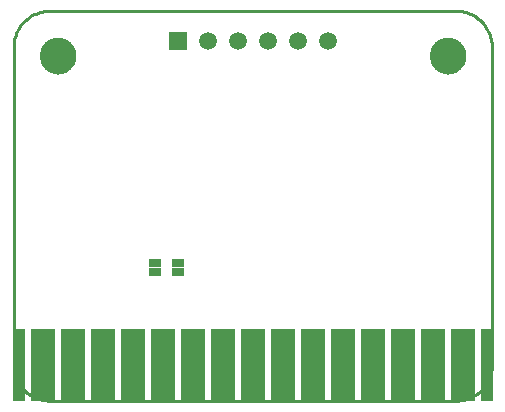
<source format=gbs>
G75*
G70*
%OFA0B0*%
%FSLAX24Y24*%
%IPPOS*%
%LPD*%
%AMOC8*
5,1,8,0,0,1.08239X$1,22.5*
%
%ADD10C,0.0100*%
%ADD11R,0.0827X0.2402*%
%ADD12R,0.0434X0.2402*%
%ADD13C,0.0000*%
%ADD14C,0.1221*%
%ADD15R,0.0590X0.0590*%
%ADD16C,0.0590*%
%ADD17R,0.0390X0.0280*%
D10*
X000328Y001364D02*
X000328Y011956D01*
X000330Y012023D01*
X000336Y012090D01*
X000345Y012157D01*
X000358Y012223D01*
X000375Y012288D01*
X000395Y012352D01*
X000419Y012415D01*
X000447Y012477D01*
X000478Y012536D01*
X000512Y012594D01*
X000549Y012650D01*
X000590Y012704D01*
X000633Y012756D01*
X000679Y012805D01*
X000728Y012851D01*
X000780Y012894D01*
X000834Y012935D01*
X000890Y012972D01*
X000948Y013006D01*
X001007Y013037D01*
X001069Y013065D01*
X001132Y013089D01*
X001196Y013109D01*
X001261Y013126D01*
X001327Y013139D01*
X001394Y013148D01*
X001461Y013154D01*
X001528Y013156D01*
X015072Y013156D01*
X015139Y013154D01*
X015206Y013148D01*
X015273Y013139D01*
X015339Y013126D01*
X015404Y013109D01*
X015468Y013089D01*
X015531Y013065D01*
X015593Y013037D01*
X015652Y013006D01*
X015710Y012972D01*
X015766Y012935D01*
X015820Y012894D01*
X015872Y012851D01*
X015921Y012805D01*
X015967Y012756D01*
X016010Y012704D01*
X016051Y012650D01*
X016088Y012594D01*
X016122Y012536D01*
X016153Y012477D01*
X016181Y012415D01*
X016205Y012352D01*
X016225Y012288D01*
X016242Y012223D01*
X016255Y012157D01*
X016264Y012090D01*
X016270Y012023D01*
X016272Y011956D01*
X016272Y001364D01*
X016270Y001297D01*
X016264Y001230D01*
X016255Y001163D01*
X016242Y001097D01*
X016225Y001032D01*
X016205Y000968D01*
X016181Y000905D01*
X016153Y000843D01*
X016122Y000784D01*
X016088Y000726D01*
X016051Y000670D01*
X016010Y000616D01*
X015967Y000564D01*
X015921Y000515D01*
X015872Y000469D01*
X015820Y000426D01*
X015766Y000385D01*
X015710Y000348D01*
X015652Y000314D01*
X015593Y000283D01*
X015531Y000255D01*
X015468Y000231D01*
X015404Y000211D01*
X015339Y000194D01*
X015273Y000181D01*
X015206Y000172D01*
X015139Y000166D01*
X015072Y000164D01*
X001528Y000164D01*
X001461Y000166D01*
X001394Y000172D01*
X001327Y000181D01*
X001261Y000194D01*
X001196Y000211D01*
X001132Y000231D01*
X001069Y000255D01*
X001007Y000283D01*
X000948Y000314D01*
X000890Y000348D01*
X000834Y000385D01*
X000780Y000426D01*
X000728Y000469D01*
X000679Y000515D01*
X000633Y000564D01*
X000590Y000616D01*
X000549Y000670D01*
X000512Y000726D01*
X000478Y000784D01*
X000447Y000843D01*
X000419Y000905D01*
X000395Y000968D01*
X000375Y001032D01*
X000358Y001097D01*
X000345Y001163D01*
X000336Y001230D01*
X000330Y001297D01*
X000328Y001364D01*
D11*
X001300Y001348D03*
X002300Y001348D03*
X003300Y001348D03*
X004300Y001348D03*
X005300Y001348D03*
X006300Y001348D03*
X007300Y001348D03*
X008300Y001348D03*
X009300Y001348D03*
X010300Y001348D03*
X011300Y001348D03*
X012300Y001348D03*
X013300Y001348D03*
X014300Y001348D03*
X015300Y001348D03*
D12*
X016095Y001348D03*
X000505Y001348D03*
D13*
X001209Y011660D02*
X001211Y011708D01*
X001217Y011756D01*
X001227Y011803D01*
X001240Y011849D01*
X001258Y011894D01*
X001278Y011938D01*
X001303Y011980D01*
X001331Y012019D01*
X001361Y012056D01*
X001395Y012090D01*
X001432Y012122D01*
X001470Y012151D01*
X001511Y012176D01*
X001554Y012198D01*
X001599Y012216D01*
X001645Y012230D01*
X001692Y012241D01*
X001740Y012248D01*
X001788Y012251D01*
X001836Y012250D01*
X001884Y012245D01*
X001932Y012236D01*
X001978Y012224D01*
X002023Y012207D01*
X002067Y012187D01*
X002109Y012164D01*
X002149Y012137D01*
X002187Y012107D01*
X002222Y012074D01*
X002254Y012038D01*
X002284Y012000D01*
X002310Y011959D01*
X002332Y011916D01*
X002352Y011872D01*
X002367Y011827D01*
X002379Y011780D01*
X002387Y011732D01*
X002391Y011684D01*
X002391Y011636D01*
X002387Y011588D01*
X002379Y011540D01*
X002367Y011493D01*
X002352Y011448D01*
X002332Y011404D01*
X002310Y011361D01*
X002284Y011320D01*
X002254Y011282D01*
X002222Y011246D01*
X002187Y011213D01*
X002149Y011183D01*
X002109Y011156D01*
X002067Y011133D01*
X002023Y011113D01*
X001978Y011096D01*
X001932Y011084D01*
X001884Y011075D01*
X001836Y011070D01*
X001788Y011069D01*
X001740Y011072D01*
X001692Y011079D01*
X001645Y011090D01*
X001599Y011104D01*
X001554Y011122D01*
X001511Y011144D01*
X001470Y011169D01*
X001432Y011198D01*
X001395Y011230D01*
X001361Y011264D01*
X001331Y011301D01*
X001303Y011340D01*
X001278Y011382D01*
X001258Y011426D01*
X001240Y011471D01*
X001227Y011517D01*
X001217Y011564D01*
X001211Y011612D01*
X001209Y011660D01*
X014209Y011660D02*
X014211Y011708D01*
X014217Y011756D01*
X014227Y011803D01*
X014240Y011849D01*
X014258Y011894D01*
X014278Y011938D01*
X014303Y011980D01*
X014331Y012019D01*
X014361Y012056D01*
X014395Y012090D01*
X014432Y012122D01*
X014470Y012151D01*
X014511Y012176D01*
X014554Y012198D01*
X014599Y012216D01*
X014645Y012230D01*
X014692Y012241D01*
X014740Y012248D01*
X014788Y012251D01*
X014836Y012250D01*
X014884Y012245D01*
X014932Y012236D01*
X014978Y012224D01*
X015023Y012207D01*
X015067Y012187D01*
X015109Y012164D01*
X015149Y012137D01*
X015187Y012107D01*
X015222Y012074D01*
X015254Y012038D01*
X015284Y012000D01*
X015310Y011959D01*
X015332Y011916D01*
X015352Y011872D01*
X015367Y011827D01*
X015379Y011780D01*
X015387Y011732D01*
X015391Y011684D01*
X015391Y011636D01*
X015387Y011588D01*
X015379Y011540D01*
X015367Y011493D01*
X015352Y011448D01*
X015332Y011404D01*
X015310Y011361D01*
X015284Y011320D01*
X015254Y011282D01*
X015222Y011246D01*
X015187Y011213D01*
X015149Y011183D01*
X015109Y011156D01*
X015067Y011133D01*
X015023Y011113D01*
X014978Y011096D01*
X014932Y011084D01*
X014884Y011075D01*
X014836Y011070D01*
X014788Y011069D01*
X014740Y011072D01*
X014692Y011079D01*
X014645Y011090D01*
X014599Y011104D01*
X014554Y011122D01*
X014511Y011144D01*
X014470Y011169D01*
X014432Y011198D01*
X014395Y011230D01*
X014361Y011264D01*
X014331Y011301D01*
X014303Y011340D01*
X014278Y011382D01*
X014258Y011426D01*
X014240Y011471D01*
X014227Y011517D01*
X014217Y011564D01*
X014211Y011612D01*
X014209Y011660D01*
D14*
X014800Y011660D03*
X001800Y011660D03*
D15*
X005800Y012160D03*
D16*
X006800Y012160D03*
X007800Y012160D03*
X008800Y012160D03*
X009800Y012160D03*
X010800Y012160D03*
D17*
X005800Y004760D03*
X005800Y004460D03*
X005050Y004460D03*
X005050Y004760D03*
M02*

</source>
